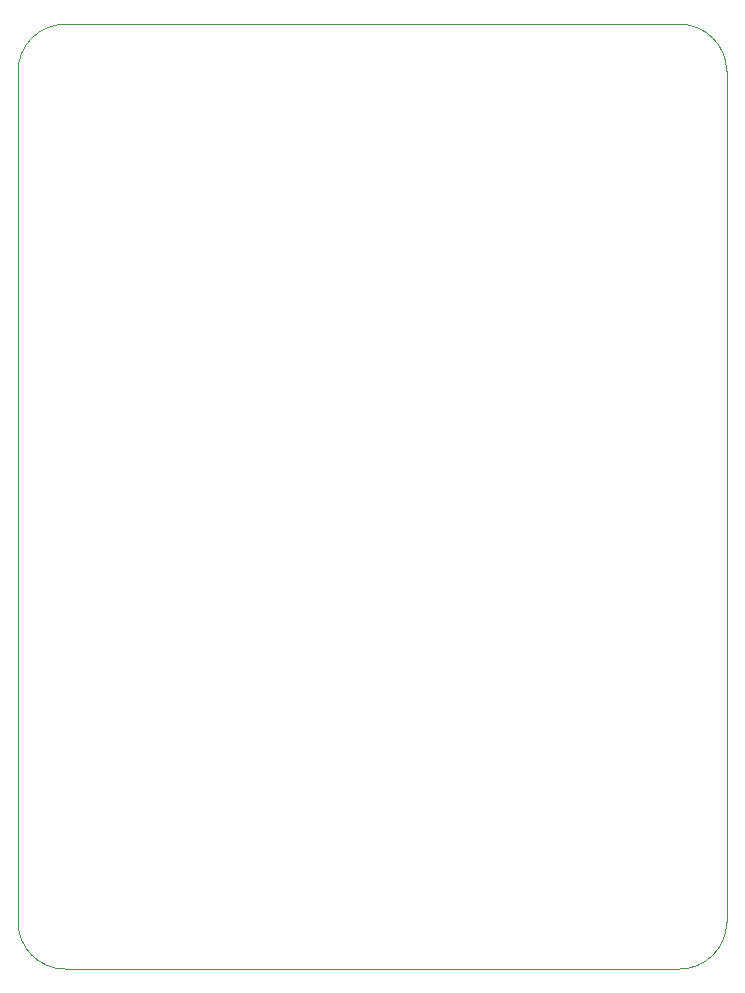
<source format=gbr>
%TF.GenerationSoftware,KiCad,Pcbnew,(5.1.5)-3*%
%TF.CreationDate,2020-01-18T20:12:57-08:00*%
%TF.ProjectId,Keithley1950,4b656974-686c-4657-9931-3935302e6b69,B*%
%TF.SameCoordinates,Original*%
%TF.FileFunction,Profile,NP*%
%FSLAX46Y46*%
G04 Gerber Fmt 4.6, Leading zero omitted, Abs format (unit mm)*
G04 Created by KiCad (PCBNEW (5.1.5)-3) date 2020-01-18 20:12:57*
%MOMM*%
%LPD*%
G04 APERTURE LIST*
%ADD10C,0.050000*%
G04 APERTURE END LIST*
D10*
X30000000Y-24000000D02*
G75*
G02X34000000Y-20000000I4000000J0D01*
G01*
X34000000Y-100000000D02*
G75*
G02X30000000Y-96000000I0J4000000D01*
G01*
X90000000Y-96000000D02*
G75*
G02X86000000Y-100000000I-4000000J0D01*
G01*
X86000000Y-20000000D02*
G75*
G02X90000000Y-24000000I0J-4000000D01*
G01*
X30000000Y-96000000D02*
X30000000Y-24000000D01*
X86000000Y-100000000D02*
X34000000Y-100000000D01*
X90000000Y-24000000D02*
X90000000Y-96000000D01*
X34000000Y-20000000D02*
X86000000Y-20000000D01*
M02*

</source>
